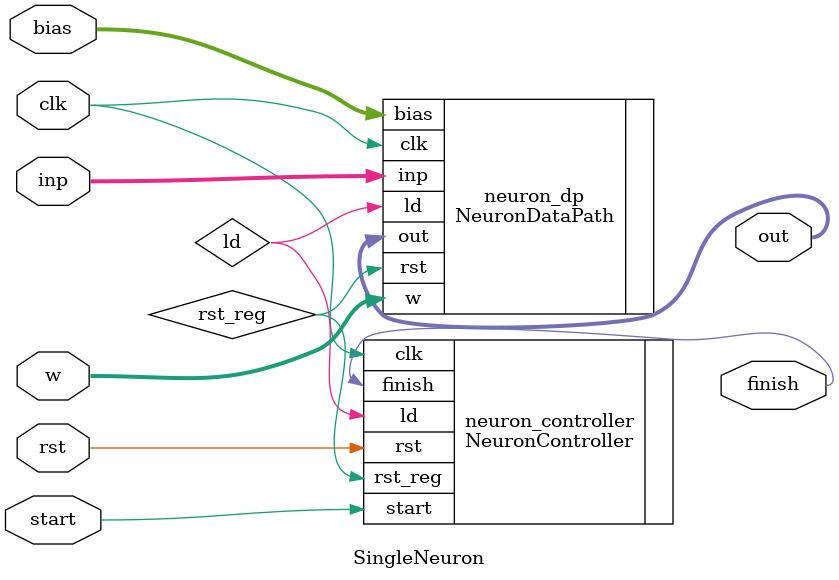
<source format=v>
module SingleNeuron(clk, rst, start, w, inp, bias, finish, out);
	input clk;
	input rst;
	input start;
	input [63 : 0]w;
	input [63 : 0]inp;
	output finish;
	output [7 : 0]out;
	input [7 : 0]bias;

	wire ld;
	wire rst_reg;

	NeuronDataPath neuron_dp(.clk(clk), .rst(rst_reg), .ld(ld), .bias(bias), .w(w), .inp(inp), .out(out));

	NeuronController neuron_controller(.clk(clk), .rst(rst), .start(start), .ld(ld), .rst_reg(rst_reg), .finish(finish));
endmodule
</source>
